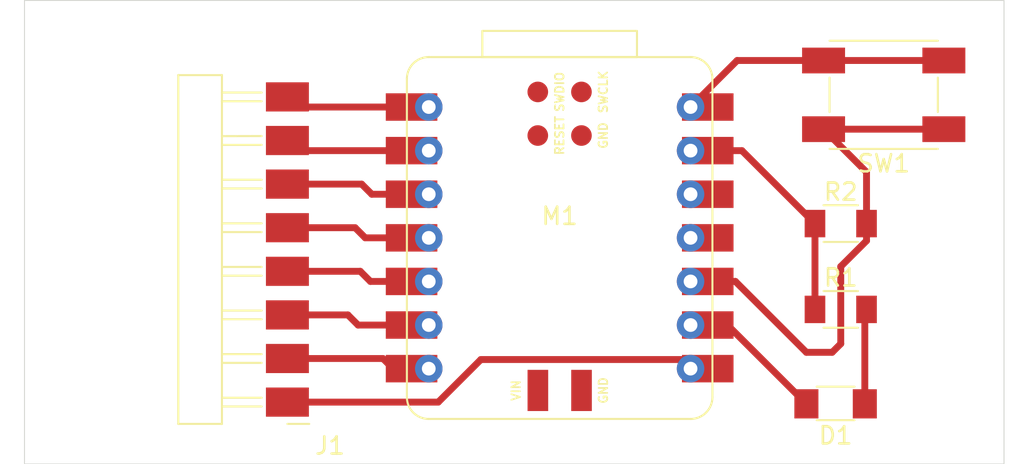
<source format=kicad_pcb>
(kicad_pcb (version 20241229) (generator "pcbnew") (generator_version "9.0")
  (layers (0 "F.Cu" signal) (2 "B.Cu" signal) (13 "F.Paste" user) (15 "B.Paste" user) (5 "F.SilkS" user "F.Silkscreen") (7 "B.SilkS" user "B.Silkscreen") (1 "F.Mask" user) (3 "B.Mask" user) (25 "Edge.Cuts" user))
  (net 0 "")
  (net 1 "Net-(D1-K)")
  (net 2 "Net-(D1-A)")
  (net 3 "Net-(J1-Pin_2)")
  (net 4 "Net-(J1-Pin_4)")
  (net 7 "Net-(J1-Pin_6)")
  (net 9 "Net-(J1-Pin_1)")
  (net 10 "Net-(J1-Pin_3)")
  (net 11 "Net-(J1-Pin_8)")
  (net 15 "Net-(J1-Pin_5)")
  (net 16 "Net-(J1-Pin_7)")
  (net 17 "Net-(M1-D9)")
  (net 19 "Net-(M1-5V)")
  (net 21 "Net-(M1-GND-Pad13)")
  (footprint "fab:Button_Omron_B3SN_6.0x6.0mm" (layer "F.Cu") (at 145 69 180)
    (property "Reference" "SW1" (at 0 -4 0) (layer "F.SilkS"))
    (property "Value" "Switch_Tactile_Omron")
    (fp_line (start 3.15 3.15) (end -3.15 3.15) (stroke (width 0.12)) (layer "F.SilkS"))
    (fp_line (start 3.15 -1) (end 3.15 1) (stroke (width 0.12)) (layer "F.SilkS"))
    (fp_line (start -3.15 1) (end -3.15 -1) (stroke (width 0.12)) (layer "F.SilkS"))
    (fp_line (start -3.15 -3.15) (end 3.15 -3.15) (stroke (width 0.12)) (layer "F.SilkS"))
    (pad "1" smd rect (at -3.5 -2 180) (size 2.5 1.5) (layers "F.Cu" "F.Mask" "F.Paste") (net 17 "Net-(M1-D9)"))
    (pad "1" smd rect (at 3.5 -2 180) (size 2.5 1.5) (layers "F.Cu" "F.Mask" "F.Paste") (net 17 "Net-(M1-D9)"))
    (pad "2" smd rect (at -3.5 2 180) (size 2.5 1.5) (layers "F.Cu" "F.Mask" "F.Paste") (net 19 "Net-(M1-5V)"))
    (pad "2" smd rect (at 3.5 2 180) (size 2.5 1.5) (layers "F.Cu" "F.Mask" "F.Paste") (net 19 "Net-(M1-5V)"))
  )
  (footprint "fab:R_1206" (layer "F.Cu") (at 142.5 76.5)
    (property "Reference" "R2" (at 0 -1.85 0) (layer "F.SilkS"))
    (property "Value" "Pulldown")
    (fp_line (start -1 -1.07) (end 1 -1.07) (stroke (width 0.12)) (layer "F.SilkS"))
    (fp_line (start 1 1.07) (end -1 1.07) (stroke (width 0.12)) (layer "F.SilkS"))
    (pad "1" smd rect (at -1.5 0) (size 1.2 1.6) (layers "F.Cu" "F.Mask" "F.Paste") (net 21 "Net-(M1-GND-Pad13)"))
    (pad "2" smd rect (at 1.5 0) (size 1.2 1.6) (layers "F.Cu" "F.Mask" "F.Paste") (net 17 "Net-(M1-D9)"))
  )
  (footprint "fab:R_1206" (layer "F.Cu") (at 142.5 81.5)
    (property "Reference" "R1" (at 0 -1.85 0) (layer "F.SilkS"))
    (property "Value" "220")
    (fp_line (start -1 -1.07) (end 1 -1.07) (stroke (width 0.12)) (layer "F.SilkS"))
    (fp_line (start 1 1.07) (end -1 1.07) (stroke (width 0.12)) (layer "F.SilkS"))
    (pad "1" smd rect (at -1.5 0) (size 1.2 1.6) (layers "F.Cu" "F.Mask" "F.Paste") (net 21 "Net-(M1-GND-Pad13)"))
    (pad "2" smd rect (at 1.5 0) (size 1.2 1.6) (layers "F.Cu" "F.Mask" "F.Paste") (net 1 "Net-(D1-K)"))
  )
  (footprint "fab:LED_1206" (layer "F.Cu") (at 142.2 87 180)
    (property "Reference" "D1" (at 0 -1.85 0) (layer "F.SilkS"))
    (property "Value" "LED_1206")
    (fp_line (start -1.1 1) (end 1.1 1) (stroke (width 0.12)) (layer "F.SilkS"))
    (fp_line (start -1.1 -0.95) (end 1.1 -0.95) (stroke (width 0.12)) (layer "F.SilkS"))
    (pad "1" smd rect (at -1.7 0 180) (size 1.4 1.7) (layers "F.Cu" "F.Mask" "F.Paste") (net 1 "Net-(D1-K)"))
    (pad "2" smd rect (at 1.7 0 180) (size 1.4 1.7) (layers "F.Cu" "F.Mask" "F.Paste") (net 2 "Net-(D1-A)"))
  )
  (footprint "fab:SeeedStudio_XIAO_RP2040" (layer "F.Cu") (at 126.14 77.33)
    (property "Reference" "M1" (at 0 -1.27 0) (layer "F.SilkS"))
    (property "Value" "Module_XIAO-RP2040")
    (fp_line (start -8.8875 9.281) (end -8.8875 -9.261) (stroke (width 0.12)) (layer "F.SilkS"))
    (fp_line (start -7.6175 -10.531) (end 7.6225 -10.531) (stroke (width 0.12)) (layer "F.SilkS"))
    (fp_line (start 7.6225 10.551) (end -7.6175 10.551) (stroke (width 0.12)) (layer "F.SilkS"))
    (fp_line (start 8.8925 -9.261) (end 8.8925 9.281) (stroke (width 0.12)) (layer "F.SilkS"))
    (fp_rect (start -4.4975 -10.531) (end 4.5025 -12.055) (stroke (width 0.12)) (fill no) (layer "F.SilkS"))
    (fp_arc (start -8.8875 -9.261) (mid -8.515526 -10.159026) (end -7.6175 -10.531) (stroke (width 0.12)) (layer "F.SilkS"))
    (fp_arc (start -7.6175 10.551) (mid -8.515526 10.179026) (end -8.8875 9.281) (stroke (width 0.12)) (layer "F.SilkS"))
    (fp_arc (start 7.6225 -10.531) (mid 8.520526 -10.159026) (end 8.8925 -9.261) (stroke (width 0.12)) (layer "F.SilkS"))
    (fp_arc (start 8.8925 9.281) (mid 8.520526 10.179026) (end 7.6225 10.551) (stroke (width 0.12)) (layer "F.SilkS"))
    (fp_text user "GND" (at 2.54 -5.96 90) (layer "F.SilkS") (effects (font (size 0.5 0.5) (thickness 0.1) (bold yes))))
    (fp_text user "SWDIO" (at 0 -8.5 90) (layer "F.SilkS") (effects (font (size 0.5 0.5) (thickness 0.1) (bold yes))))
    (fp_text user "VIN" (at -2.535 8.89 90) (layer "F.SilkS") (effects (font (size 0.5 0.5) (thickness 0.1) (bold yes))))
    (fp_text user "GND" (at 2.545 8.89 90) (layer "F.SilkS") (effects (font (size 0.5 0.5) (thickness 0.1) (bold yes))))
    (fp_text user "SWCLK" (at 2.54 -8.5 90) (layer "F.SilkS") (effects (font (size 0.5 0.5) (thickness 0.1) (bold yes))))
    (fp_text user "RESET" (at 0 -5.96 90) (layer "F.SilkS") (effects (font (size 0.5 0.5) (thickness 0.1) (bold yes))))
    (pad "1" thru_hole circle (at -7.615 -7.62) (size 1.6 1.6) (drill 0.8) (layers "*.Cu" "*.Mask") (net 11 "Net-(J1-Pin_8)"))
    (pad "1" smd rect (at -7.615 -7.62) (size 3 1.6) (drill (offset -1 0)) (layers "F.Cu" "F.Mask" "F.Paste") (net 11 "Net-(J1-Pin_8)"))
    (pad "2" thru_hole circle (at -7.615 -5.08) (size 1.6 1.6) (drill 0.8) (layers "*.Cu" "*.Mask") (net 16 "Net-(J1-Pin_7)"))
    (pad "2" smd rect (at -7.615 -5.08) (size 3 1.6) (drill (offset -1 0)) (layers "F.Cu" "F.Mask" "F.Paste") (net 16 "Net-(J1-Pin_7)"))
    (pad "3" thru_hole circle (at -7.615 -2.54) (size 1.6 1.6) (drill 0.8) (layers "*.Cu" "*.Mask") (net 7 "Net-(J1-Pin_6)"))
    (pad "3" smd rect (at -7.615 -2.54) (size 3 1.6) (drill (offset -1 0)) (layers "F.Cu" "F.Mask" "F.Paste") (net 7 "Net-(J1-Pin_6)"))
    (pad "4" thru_hole circle (at -7.615 0) (size 1.6 1.6) (drill 0.8) (layers "*.Cu" "*.Mask") (net 15 "Net-(J1-Pin_5)"))
    (pad "4" smd rect (at -7.615 0) (size 3 1.6) (drill (offset -1 0)) (layers "F.Cu" "F.Mask" "F.Paste") (net 15 "Net-(J1-Pin_5)"))
    (pad "5" thru_hole circle (at -7.615 2.54) (size 1.6 1.6) (drill 0.8) (layers "*.Cu" "*.Mask") (net 4 "Net-(J1-Pin_4)"))
    (pad "5" smd rect (at -7.615 2.54) (size 3 1.6) (drill (offset -1 0)) (layers "F.Cu" "F.Mask" "F.Paste") (net 4 "Net-(J1-Pin_4)"))
    (pad "6" thru_hole circle (at -7.615 5.08) (size 1.6 1.6) (drill 0.8) (layers "*.Cu" "*.Mask") (net 10 "Net-(J1-Pin_3)"))
    (pad "6" smd rect (at -7.615 5.08) (size 3 1.6) (drill (offset -1 0)) (layers "F.Cu" "F.Mask" "F.Paste") (net 10 "Net-(J1-Pin_3)"))
    (pad "7" thru_hole circle (at -7.615 7.62) (size 1.6 1.6) (drill 0.8) (layers "*.Cu" "*.Mask") (net 3 "Net-(J1-Pin_2)"))
    (pad "7" smd rect (at -7.615 7.62) (size 3 1.6) (drill (offset -1 0)) (layers "F.Cu" "F.Mask" "F.Paste") (net 3 "Net-(J1-Pin_2)"))
    (pad "8" thru_hole circle (at 7.62 7.62) (size 1.6 1.6) (drill 0.8) (layers "*.Cu" "*.Mask") (net 9 "Net-(J1-Pin_1)"))
    (pad "8" smd rect (at 7.62 7.62) (size 3 1.6) (drill (offset 1 0)) (layers "F.Cu" "F.Mask" "F.Paste") (net 9 "Net-(J1-Pin_1)"))
    (pad "9" thru_hole circle (at 7.62 5.08) (size 1.6 1.6) (drill 0.8) (layers "*.Cu" "*.Mask") (net 2 "Net-(D1-A)"))
    (pad "9" smd rect (at 7.62 5.08) (size 3 1.6) (drill (offset 1 0)) (layers "F.Cu" "F.Mask" "F.Paste") (net 2 "Net-(D1-A)"))
    (pad "10" thru_hole circle (at 7.62 2.54) (size 1.6 1.6) (drill 0.8) (layers "*.Cu" "*.Mask") (net 17 "Net-(M1-D9)"))
    (pad "10" smd rect (at 7.62 2.54) (size 3 1.6) (drill (offset 1 0)) (layers "F.Cu" "F.Mask" "F.Paste") (net 17 "Net-(M1-D9)"))
    (pad "11" thru_hole circle (at 7.62 0) (size 1.6 1.6) (drill 0.8) (layers "*.Cu" "*.Mask"))
    (pad "11" smd rect (at 7.62 0) (size 3 1.6) (drill (offset 1 0)) (layers "F.Cu" "F.Mask" "F.Paste"))
    (pad "12" thru_hole circle (at 7.62 -2.54) (size 1.6 1.6) (drill 0.8) (layers "*.Cu" "*.Mask"))
    (pad "12" smd rect (at 7.62 -2.54) (size 3 1.6) (drill (offset 1 0)) (layers "F.Cu" "F.Mask" "F.Paste"))
    (pad "13" thru_hole circle (at 7.62 -5.08) (size 1.6 1.6) (drill 0.8) (layers "*.Cu" "*.Mask") (net 21 "Net-(M1-GND-Pad13)"))
    (pad "13" smd rect (at 7.62 -5.08) (size 3 1.6) (drill (offset 1 0)) (layers "F.Cu" "F.Mask" "F.Paste") (net 21 "Net-(M1-GND-Pad13)"))
    (pad "14" thru_hole circle (at 7.62 -7.62) (size 1.6 1.6) (drill 0.8) (layers "*.Cu" "*.Mask") (net 19 "Net-(M1-5V)"))
    (pad "14" smd rect (at 7.62 -7.62) (size 3 1.6) (drill (offset 1 0)) (layers "F.Cu" "F.Mask" "F.Paste") (net 19 "Net-(M1-5V)"))
    (pad "15" smd rect (at 1.275 8.89 270) (size 2.4 1.2) (layers "F.Cu" "F.Mask" "F.Paste"))
    (pad "16" smd rect (at -1.265 8.89 270) (size 2.4 1.2) (layers "F.Cu" "F.Mask" "F.Paste"))
    (pad "17" smd circle (at -1.27 -8.5) (size 1.2 1.2) (layers "F.Cu" "F.Mask" "F.Paste"))
    (pad "18" smd circle (at -1.27 -5.96) (size 1.2 1.2) (layers "F.Cu" "F.Mask" "F.Paste"))
    (pad "19" smd circle (at 1.27 -5.96) (size 1.2 1.2) (layers "F.Cu" "F.Mask" "F.Paste"))
    (pad "20" smd circle (at 1.27 -8.5) (size 1.2 1.2) (layers "F.Cu" "F.Mask" "F.Paste"))
  )
  (footprint "fab:PinHeader_01x08_P2.54mm_Horizontal_SMD" (layer "F.Cu") (at 110.3 86.9 180)
    (property "Reference" "J1" (at -1.524 -2.54 0) (layer "F.SilkS") (effects (justify left)))
    (property "Value" "PinHeader_01x08_P2.54mm_Horizontal_SMD")
    (fp_line (start 6.35 19.05) (end 3.81 19.05) (stroke (width 0.12)) (layer "F.SilkS"))
    (fp_line (start 6.35 -1.27) (end 6.35 19.05) (stroke (width 0.12)) (layer "F.SilkS"))
    (fp_line (start 3.81 19.05) (end 3.81 -1.27) (stroke (width 0.12)) (layer "F.SilkS"))
    (fp_line (start 3.81 18.034) (end 1.5 18.034) (stroke (width 0.12)) (layer "F.SilkS"))
    (fp_line (start 3.81 17.526) (end 1.5 17.526) (stroke (width 0.12)) (layer "F.SilkS"))
    (fp_line (start 3.81 15.494) (end 1.5 15.5) (stroke (width 0.12)) (layer "F.SilkS"))
    (fp_line (start 3.81 14.986) (end 1.5 14.986) (stroke (width 0.12)) (layer "F.SilkS"))
    (fp_line (start 3.81 12.954) (end 1.5 12.954) (stroke (width 0.12)) (layer "F.SilkS"))
    (fp_line (start 3.81 12.446) (end 1.5 12.446) (stroke (width 0.12)) (layer "F.SilkS"))
    (fp_line (start 3.81 10.414) (end 1.5 10.414) (stroke (width 0.12)) (layer "F.SilkS"))
    (fp_line (start 3.81 9.906) (end 1.5 9.906) (stroke (width 0.12)) (layer "F.SilkS"))
    (fp_line (start 3.81 7.874) (end 1.5 7.874) (stroke (width 0.12)) (layer "F.SilkS"))
    (fp_line (start 3.81 7.366) (end 1.5 7.366) (stroke (width 0.12)) (layer "F.SilkS"))
    (fp_line (start 3.81 5.334) (end 1.5 5.334) (stroke (width 0.12)) (layer "F.SilkS"))
    (fp_line (start 3.81 4.826) (end 1.5 4.826) (stroke (width 0.12)) (layer "F.SilkS"))
    (fp_line (start 3.81 2.794) (end 1.5 2.794) (stroke (width 0.12)) (layer "F.SilkS"))
    (fp_line (start 3.81 2.286) (end 1.5 2.286) (stroke (width 0.12)) (layer "F.SilkS"))
    (fp_line (start 3.81 0.254) (end 1.5 0.254) (stroke (width 0.12)) (layer "F.SilkS"))
    (fp_line (start 3.81 -0.254) (end 1.5 -0.254) (stroke (width 0.12)) (layer "F.SilkS"))
    (fp_line (start 3.81 -1.27) (end 6.35 -1.27) (stroke (width 0.12)) (layer "F.SilkS"))
    (fp_line (start -1.27 -1.27) (end 0 -1.27) (stroke (width 0.12)) (layer "F.SilkS"))
    (pad "1" smd rect (at 0 0 180) (size 2.5 1.7) (layers "F.Cu" "F.Mask" "F.Paste") (net 9 "Net-(J1-Pin_1)"))
    (pad "2" smd rect (at 0 2.54 180) (size 2.5 1.7) (layers "F.Cu" "F.Mask" "F.Paste") (net 3 "Net-(J1-Pin_2)"))
    (pad "3" smd rect (at 0 5.08 180) (size 2.5 1.7) (layers "F.Cu" "F.Mask" "F.Paste") (net 10 "Net-(J1-Pin_3)"))
    (pad "4" smd rect (at 0 7.62 180) (size 2.5 1.7) (layers "F.Cu" "F.Mask" "F.Paste") (net 4 "Net-(J1-Pin_4)"))
    (pad "5" smd rect (at 0 10.16 180) (size 2.5 1.7) (layers "F.Cu" "F.Mask" "F.Paste") (net 15 "Net-(J1-Pin_5)"))
    (pad "6" smd rect (at 0 12.7 180) (size 2.5 1.7) (layers "F.Cu" "F.Mask" "F.Paste") (net 7 "Net-(J1-Pin_6)"))
    (pad "7" smd rect (at 0 15.24 180) (size 2.5 1.7) (layers "F.Cu" "F.Mask" "F.Paste") (net 16 "Net-(J1-Pin_7)"))
    (pad "8" smd rect (at 0 17.78 180) (size 2.5 1.7) (layers "F.Cu" "F.Mask" "F.Paste") (net 11 "Net-(J1-Pin_8)"))
  )
  (gr_rect (start 95 63.5) (end 152 90.5) (stroke (width 0.05)) (fill no) (layer "Edge.Cuts"))
  (segment (start 143.9 87) (end 143.9 81.6) (width 0.4) (layer "F.Cu") (net 1))
  (segment (start 143.9 81.6) (end 144 81.5) (width 0.4) (layer "F.Cu") (net 1))
  (segment (start 135.91 82.41) (end 133.76 82.41) (width 0.4) (layer "F.Cu") (net 2))
  (segment (start 133.899999 82.549999) (end 133.76 82.41) (width 0.4) (layer "F.Cu") (net 2))
  (segment (start 140.5 87) (end 135.91 82.41) (width 0.4) (layer "F.Cu") (net 2))
  (segment (start 115.86 84.36) (end 110.3 84.36) (width 0.4) (layer "F.Cu") (net 3))
  (segment (start 116.45 84.95) (end 115.86 84.36) (width 0.4) (layer "F.Cu") (net 3))
  (segment (start 118.525 84.95) (end 116.45 84.95) (width 0.4) (layer "F.Cu") (net 3))
  (segment (start 115.13 79.87) (end 114.54 79.28) (width 0.4) (layer "F.Cu") (net 4))
  (segment (start 114.54 79.28) (end 110.3 79.28) (width 0.4) (layer "F.Cu") (net 4))
  (segment (start 118.525 79.87) (end 115.13 79.87) (width 0.4) (layer "F.Cu") (net 4))
  (segment (start 115.21 74.79) (end 114.62 74.2) (width 0.4) (layer "F.Cu") (net 7))
  (segment (start 118.525 74.79) (end 118.435 74.7) (width 0.4) (layer "F.Cu") (net 7))
  (segment (start 114.62 74.2) (end 110.3 74.2) (width 0.4) (layer "F.Cu") (net 7))
  (segment (start 118.525 74.79) (end 115.21 74.79) (width 0.4) (layer "F.Cu") (net 7))
  (segment (start 121.558 84.419) (end 119.077 86.9) (width 0.4) (layer "F.Cu") (net 9))
  (segment (start 119.077 86.9) (end 110.3 86.9) (width 0.4) (layer "F.Cu") (net 9))
  (segment (start 133.76 84.95) (end 133.229 84.419) (width 0.4) (layer "F.Cu") (net 9))
  (segment (start 133.229 84.419) (end 121.558 84.419) (width 0.4) (layer "F.Cu") (net 9))
  (segment (start 113.82 81.82) (end 110.3 81.82) (width 0.4) (layer "F.Cu") (net 10))
  (segment (start 114.41 82.41) (end 113.82 81.82) (width 0.4) (layer "F.Cu") (net 10))
  (segment (start 118.525 82.41) (end 114.41 82.41) (width 0.4) (layer "F.Cu") (net 10))
  (segment (start 110.89 69.71) (end 110.3 69.12) (width 0.4) (layer "F.Cu") (net 11))
  (segment (start 118.525 69.71) (end 110.89 69.71) (width 0.4) (layer "F.Cu") (net 11))
  (segment (start 118.525 69.71) (end 118.435 69.62) (width 0.4) (layer "F.Cu") (net 11))
  (segment (start 114.83 77.33) (end 114.24 76.74) (width 0.4) (layer "F.Cu") (net 15))
  (segment (start 114.24 76.74) (end 110.3 76.74) (width 0.4) (layer "F.Cu") (net 15))
  (segment (start 118.525 77.33) (end 114.83 77.33) (width 0.4) (layer "F.Cu") (net 15))
  (segment (start 110.89 72.25) (end 110.3 71.66) (width 0.4) (layer "F.Cu") (net 16))
  (segment (start 118.525 72.25) (end 110.89 72.25) (width 0.4) (layer "F.Cu") (net 16))
  (segment (start 136.37 79.87) (end 133.76 79.87) (width 0.4) (layer "F.Cu") (net 17))
  (segment (start 144 73.5) (end 141.5 71) (width 0.4) (layer "F.Cu") (net 17))
  (segment (start 144 77.5) (end 142.5 79) (width 0.4) (layer "F.Cu") (net 17))
  (segment (start 144 76.5) (end 144 77.5) (width 0.4) (layer "F.Cu") (net 17))
  (segment (start 140.5 84) (end 136.37 79.87) (width 0.4) (layer "F.Cu") (net 17))
  (segment (start 142 84) (end 140.5 84) (width 0.4) (layer "F.Cu") (net 17))
  (segment (start 142.5 79) (end 142.5 83.5) (width 0.4) (layer "F.Cu") (net 17))
  (segment (start 142.5 83.5) (end 142 84) (width 0.4) (layer "F.Cu") (net 17))
  (segment (start 144 76.5) (end 144 73.5) (width 0.4) (layer "F.Cu") (net 17))
  (segment (start 141.5 71) (end 148.5 71) (width 0.4) (layer "F.Cu") (net 17))
  (segment (start 148.5 67) (end 141.5 67) (width 0.4) (layer "F.Cu") (net 19))
  (segment (start 136.47 67) (end 133.76 69.71) (width 0.4) (layer "F.Cu") (net 19))
  (segment (start 141.5 67) (end 136.47 67) (width 0.4) (layer "F.Cu") (net 19))
  (segment (start 136.75 72.25) (end 133.76 72.25) (width 0.4) (layer "F.Cu") (net 21))
  (segment (start 141 76.5) (end 141 81.5) (width 0.4) (layer "F.Cu") (net 21))
  (segment (start 134.01 72.5) (end 133.76 72.25) (width 0.4) (layer "F.Cu") (net 21))
  (segment (start 141 76.5) (end 136.75 72.25) (width 0.4) (layer "F.Cu") (net 21))
)
</source>
